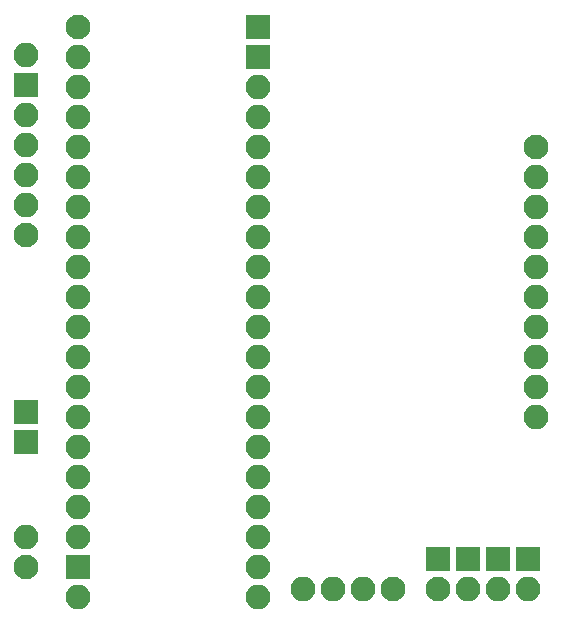
<source format=gbs>
G04 #@! TF.FileFunction,Soldermask,Bot*
%FSLAX46Y46*%
G04 Gerber Fmt 4.6, Leading zero omitted, Abs format (unit mm)*
G04 Created by KiCad (PCBNEW 4.0.7) date 12/25/17 13:45:12*
%MOMM*%
%LPD*%
G01*
G04 APERTURE LIST*
%ADD10C,0.100000*%
%ADD11C,2.100000*%
%ADD12R,2.100000X2.100000*%
%ADD13O,2.100000X2.100000*%
G04 APERTURE END LIST*
D10*
D11*
X148590000Y-151765000D03*
D12*
X148590000Y-149225000D03*
D13*
X151130000Y-151765000D03*
D12*
X151130000Y-149225000D03*
D13*
X153670000Y-151765000D03*
D12*
X153670000Y-149225000D03*
D13*
X156210000Y-151765000D03*
D12*
X156210000Y-149225000D03*
D11*
X156845000Y-114300000D03*
D13*
X156845000Y-116840000D03*
X156845000Y-119380000D03*
X156845000Y-121920000D03*
X156845000Y-124460000D03*
X156845000Y-127000000D03*
X156845000Y-129540000D03*
X156845000Y-132080000D03*
X156845000Y-134620000D03*
X156845000Y-137160000D03*
X118110000Y-152400000D03*
D12*
X118110000Y-149860000D03*
D13*
X118110000Y-147320000D03*
X118110000Y-144780000D03*
X118110000Y-142240000D03*
X118110000Y-139700000D03*
X118110000Y-137160000D03*
X118110000Y-134620000D03*
X118110000Y-132080000D03*
X118110000Y-129540000D03*
X118110000Y-127000000D03*
X118110000Y-124460000D03*
X118110000Y-121920000D03*
X118110000Y-119380000D03*
X118110000Y-116840000D03*
X118110000Y-114300000D03*
X118110000Y-111760000D03*
X118110000Y-109220000D03*
X118110000Y-106680000D03*
D11*
X118110000Y-104140000D03*
D12*
X133350000Y-104140000D03*
X133350000Y-106680000D03*
D13*
X133350000Y-109220000D03*
X133350000Y-111760000D03*
X133350000Y-114300000D03*
X133350000Y-116840000D03*
X133350000Y-119380000D03*
X133350000Y-121920000D03*
X133350000Y-124460000D03*
X133350000Y-127000000D03*
X133350000Y-129540000D03*
X133350000Y-132080000D03*
X133350000Y-134620000D03*
X133350000Y-137160000D03*
X133350000Y-139700000D03*
X133350000Y-142240000D03*
X133350000Y-144780000D03*
X133350000Y-147320000D03*
X133350000Y-149860000D03*
X133350000Y-152400000D03*
D11*
X113665000Y-121793000D03*
D13*
X113665000Y-119253000D03*
X113665000Y-116713000D03*
X113665000Y-114173000D03*
X113665000Y-111633000D03*
D12*
X113665000Y-109093000D03*
D13*
X113665000Y-106553000D03*
D12*
X113665000Y-139319000D03*
X113665000Y-136779000D03*
D11*
X113665000Y-149860000D03*
D13*
X113665000Y-147320000D03*
D11*
X144780000Y-151765000D03*
D13*
X142240000Y-151765000D03*
X139700000Y-151765000D03*
X137160000Y-151765000D03*
M02*

</source>
